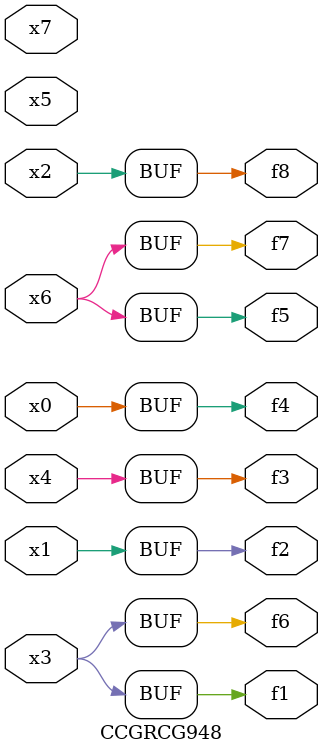
<source format=v>
module CCGRCG948(
	input x0, x1, x2, x3, x4, x5, x6, x7,
	output f1, f2, f3, f4, f5, f6, f7, f8
);
	assign f1 = x3;
	assign f2 = x1;
	assign f3 = x4;
	assign f4 = x0;
	assign f5 = x6;
	assign f6 = x3;
	assign f7 = x6;
	assign f8 = x2;
endmodule

</source>
